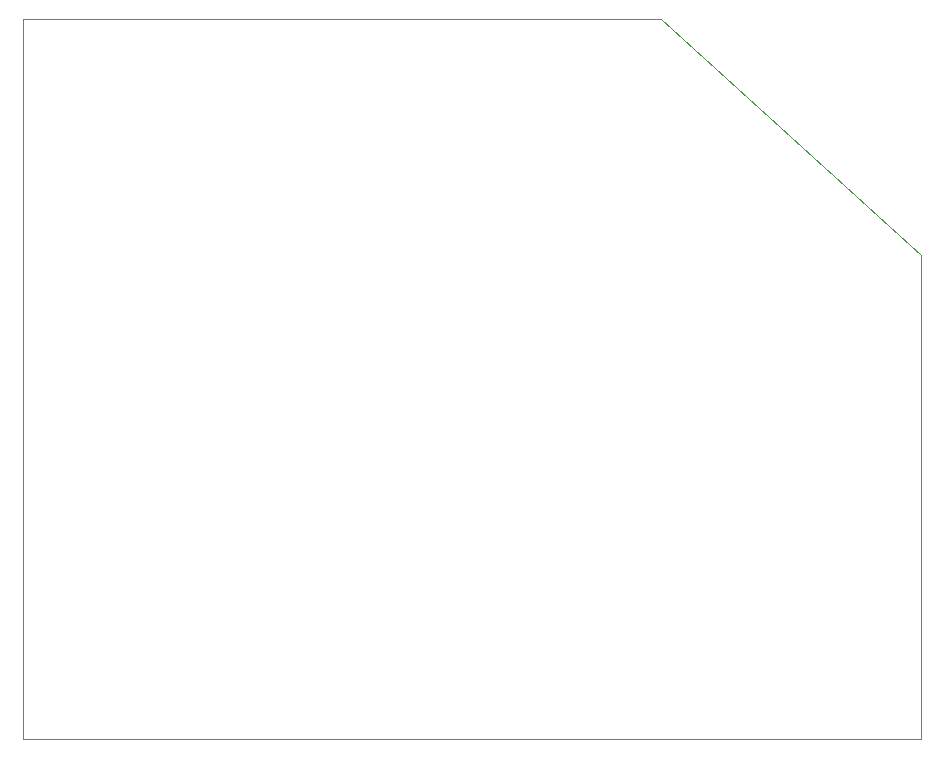
<source format=gbr>
G04 #@! TF.GenerationSoftware,KiCad,Pcbnew,5.1.5-52549c5~84~ubuntu19.04.1*
G04 #@! TF.CreationDate,2019-12-02T22:34:06+01:00*
G04 #@! TF.ProjectId,XbeeTestBench,58626565-5465-4737-9442-656e63682e6b,rev?*
G04 #@! TF.SameCoordinates,Original*
G04 #@! TF.FileFunction,Profile,NP*
%FSLAX46Y46*%
G04 Gerber Fmt 4.6, Leading zero omitted, Abs format (unit mm)*
G04 Created by KiCad (PCBNEW 5.1.5-52549c5~84~ubuntu19.04.1) date 2019-12-02 22:34:06*
%MOMM*%
%LPD*%
G04 APERTURE LIST*
%ADD10C,0.100000*%
G04 APERTURE END LIST*
D10*
X146000000Y-42000000D02*
X168000000Y-62000000D01*
X92000000Y-42000000D02*
X146000000Y-42000000D01*
X92000000Y-103000000D02*
X92000000Y-42000000D01*
X168000000Y-103000000D02*
X92000000Y-103000000D01*
X168000000Y-62000000D02*
X168000000Y-103000000D01*
M02*

</source>
